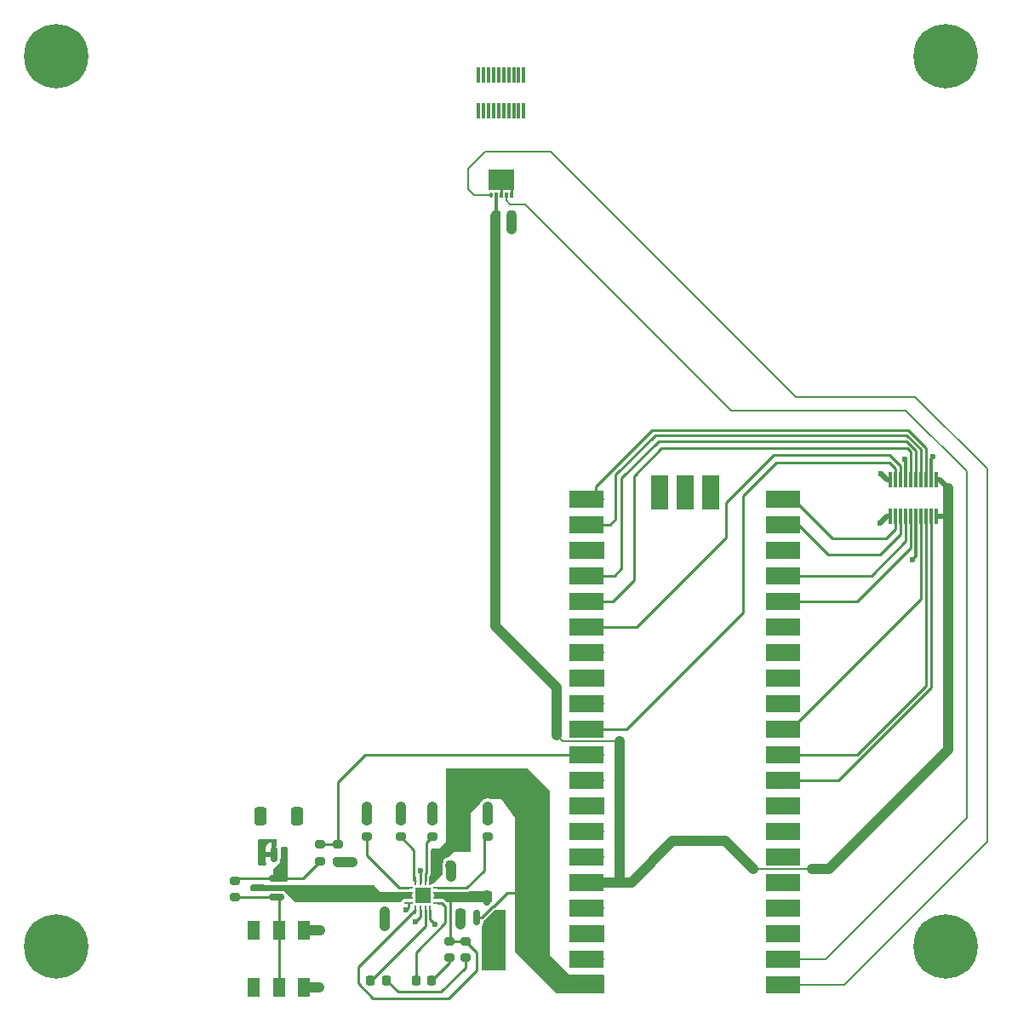
<source format=gbr>
%TF.GenerationSoftware,KiCad,Pcbnew,(7.0.0)*%
%TF.CreationDate,2023-12-08T15:04:05-05:00*%
%TF.ProjectId,Coaster,436f6173-7465-4722-9e6b-696361645f70,rev?*%
%TF.SameCoordinates,Original*%
%TF.FileFunction,Copper,L1,Top*%
%TF.FilePolarity,Positive*%
%FSLAX46Y46*%
G04 Gerber Fmt 4.6, Leading zero omitted, Abs format (unit mm)*
G04 Created by KiCad (PCBNEW (7.0.0)) date 2023-12-08 15:04:05*
%MOMM*%
%LPD*%
G01*
G04 APERTURE LIST*
G04 Aperture macros list*
%AMRoundRect*
0 Rectangle with rounded corners*
0 $1 Rounding radius*
0 $2 $3 $4 $5 $6 $7 $8 $9 X,Y pos of 4 corners*
0 Add a 4 corners polygon primitive as box body*
4,1,4,$2,$3,$4,$5,$6,$7,$8,$9,$2,$3,0*
0 Add four circle primitives for the rounded corners*
1,1,$1+$1,$2,$3*
1,1,$1+$1,$4,$5*
1,1,$1+$1,$6,$7*
1,1,$1+$1,$8,$9*
0 Add four rect primitives between the rounded corners*
20,1,$1+$1,$2,$3,$4,$5,0*
20,1,$1+$1,$4,$5,$6,$7,0*
20,1,$1+$1,$6,$7,$8,$9,0*
20,1,$1+$1,$8,$9,$2,$3,0*%
G04 Aperture macros list end*
%TA.AperFunction,SMDPad,CuDef*%
%ADD10RoundRect,0.200000X0.275000X-0.200000X0.275000X0.200000X-0.275000X0.200000X-0.275000X-0.200000X0*%
%TD*%
%TA.AperFunction,SMDPad,CuDef*%
%ADD11RoundRect,0.200000X-0.275000X0.200000X-0.275000X-0.200000X0.275000X-0.200000X0.275000X0.200000X0*%
%TD*%
%TA.AperFunction,SMDPad,CuDef*%
%ADD12RoundRect,0.150000X0.587500X0.150000X-0.587500X0.150000X-0.587500X-0.150000X0.587500X-0.150000X0*%
%TD*%
%TA.AperFunction,SMDPad,CuDef*%
%ADD13RoundRect,0.150000X0.150000X-0.587500X0.150000X0.587500X-0.150000X0.587500X-0.150000X-0.587500X0*%
%TD*%
%TA.AperFunction,SMDPad,CuDef*%
%ADD14R,0.300000X1.600000*%
%TD*%
%TA.AperFunction,SMDPad,CuDef*%
%ADD15O,0.300000X0.600000*%
%TD*%
%TA.AperFunction,SMDPad,CuDef*%
%ADD16R,0.300000X0.600000*%
%TD*%
%TA.AperFunction,SMDPad,CuDef*%
%ADD17R,2.500000X2.100000*%
%TD*%
%TA.AperFunction,SMDPad,CuDef*%
%ADD18RoundRect,0.218750X-0.218750X-0.256250X0.218750X-0.256250X0.218750X0.256250X-0.218750X0.256250X0*%
%TD*%
%TA.AperFunction,ComponentPad*%
%ADD19C,3.600000*%
%TD*%
%TA.AperFunction,ConnectorPad*%
%ADD20C,6.400000*%
%TD*%
%TA.AperFunction,SMDPad,CuDef*%
%ADD21R,1.600000X1.600000*%
%TD*%
%TA.AperFunction,SMDPad,CuDef*%
%ADD22RoundRect,0.062500X-0.062500X-0.375000X0.062500X-0.375000X0.062500X0.375000X-0.062500X0.375000X0*%
%TD*%
%TA.AperFunction,SMDPad,CuDef*%
%ADD23RoundRect,0.062500X-0.375000X-0.062500X0.375000X-0.062500X0.375000X0.062500X-0.375000X0.062500X0*%
%TD*%
%TA.AperFunction,SMDPad,CuDef*%
%ADD24RoundRect,0.250000X0.350000X0.650000X-0.350000X0.650000X-0.350000X-0.650000X0.350000X-0.650000X0*%
%TD*%
%TA.AperFunction,SMDPad,CuDef*%
%ADD25RoundRect,0.150000X0.150000X0.625000X-0.150000X0.625000X-0.150000X-0.625000X0.150000X-0.625000X0*%
%TD*%
%TA.AperFunction,SMDPad,CuDef*%
%ADD26RoundRect,0.225000X-0.225000X-0.250000X0.225000X-0.250000X0.225000X0.250000X-0.225000X0.250000X0*%
%TD*%
%TA.AperFunction,SMDPad,CuDef*%
%ADD27RoundRect,0.225000X-0.250000X0.225000X-0.250000X-0.225000X0.250000X-0.225000X0.250000X0.225000X0*%
%TD*%
%TA.AperFunction,SMDPad,CuDef*%
%ADD28R,1.700000X3.500000*%
%TD*%
%TA.AperFunction,ComponentPad*%
%ADD29O,1.700000X1.700000*%
%TD*%
%TA.AperFunction,ComponentPad*%
%ADD30R,1.700000X1.700000*%
%TD*%
%TA.AperFunction,SMDPad,CuDef*%
%ADD31R,3.500000X1.700000*%
%TD*%
%TA.AperFunction,SMDPad,CuDef*%
%ADD32R,1.200000X1.950000*%
%TD*%
%TA.AperFunction,ViaPad*%
%ADD33C,0.600000*%
%TD*%
%TA.AperFunction,Conductor*%
%ADD34C,0.250000*%
%TD*%
%TA.AperFunction,Conductor*%
%ADD35C,1.000000*%
%TD*%
%TA.AperFunction,Conductor*%
%ADD36C,0.200000*%
%TD*%
%TA.AperFunction,Conductor*%
%ADD37C,0.500000*%
%TD*%
%TA.AperFunction,Conductor*%
%ADD38C,0.300000*%
%TD*%
G04 APERTURE END LIST*
D10*
%TO.P,R9,2*%
%TO.N,/BATT_VSENSE*%
X120650000Y-127500000D03*
%TO.P,R9,1*%
%TO.N,+BATT*%
X120650000Y-129150000D03*
%TD*%
D11*
%TO.P,R8,2*%
%TO.N,GND*%
X122450000Y-129150000D03*
%TO.P,R8,1*%
%TO.N,/BATT_VSENSE*%
X122450000Y-127500000D03*
%TD*%
D10*
%TO.P,R7,1*%
%TO.N,Net-(Q2-G)*%
X112200000Y-132750000D03*
%TO.P,R7,2*%
%TO.N,+BATT*%
X112200000Y-131100000D03*
%TD*%
D12*
%TO.P,Q2,3,D*%
%TO.N,/Vbatt*%
X114462500Y-131800000D03*
%TO.P,Q2,2,S*%
%TO.N,+BATT*%
X116337500Y-130850000D03*
%TO.P,Q2,1,G*%
%TO.N,Net-(Q2-G)*%
X116337500Y-132750000D03*
%TD*%
D13*
%TO.P,Q1,3,D*%
%TO.N,/Vout*%
X137200000Y-132825000D03*
%TO.P,Q1,2,S*%
%TO.N,+VDC*%
X138150000Y-134700000D03*
%TO.P,Q1,1,G*%
%TO.N,VBUS*%
X136250000Y-134700000D03*
%TD*%
D14*
%TO.P,J3,20,Pin_20*%
%TO.N,unconnected-(J3-Pin_20-Pad20)*%
X136399932Y-50980999D03*
%TO.P,J3,19,Pin_19*%
%TO.N,unconnected-(J3-Pin_19-Pad19)*%
X136399932Y-54580999D03*
%TO.P,J3,18,Pin_18*%
%TO.N,unconnected-(J3-Pin_18-Pad18)*%
X136899932Y-50980999D03*
%TO.P,J3,17,Pin_17*%
%TO.N,unconnected-(J3-Pin_17-Pad17)*%
X136899932Y-54580999D03*
%TO.P,J3,16,Pin_16*%
%TO.N,unconnected-(J3-Pin_16-Pad16)*%
X137399932Y-50980999D03*
%TO.P,J3,15,Pin_15*%
%TO.N,unconnected-(J3-Pin_15-Pad15)*%
X137399932Y-54580999D03*
%TO.P,J3,14,Pin_14*%
%TO.N,unconnected-(J3-Pin_14-Pad14)*%
X137899932Y-50980999D03*
%TO.P,J3,13,Pin_13*%
%TO.N,unconnected-(J3-Pin_13-Pad13)*%
X137899932Y-54580999D03*
%TO.P,J3,12,Pin_12*%
%TO.N,unconnected-(J3-Pin_12-Pad12)*%
X138399932Y-50980999D03*
%TO.P,J3,11,Pin_11*%
%TO.N,unconnected-(J3-Pin_11-Pad11)*%
X138399932Y-54580999D03*
%TO.P,J3,10,Pin_10*%
%TO.N,unconnected-(J3-Pin_10-Pad10)*%
X138899932Y-50980999D03*
%TO.P,J3,9,Pin_9*%
%TO.N,unconnected-(J3-Pin_9-Pad9)*%
X138899932Y-54580999D03*
%TO.P,J3,8,Pin_8*%
%TO.N,unconnected-(J3-Pin_8-Pad8)*%
X139399932Y-50980999D03*
%TO.P,J3,7,Pin_7*%
%TO.N,unconnected-(J3-Pin_7-Pad7)*%
X139399932Y-54580999D03*
%TO.P,J3,6,Pin_6*%
%TO.N,unconnected-(J3-Pin_6-Pad6)*%
X139899932Y-50980999D03*
%TO.P,J3,5,Pin_5*%
%TO.N,unconnected-(J3-Pin_5-Pad5)*%
X139899932Y-54580999D03*
%TO.P,J3,4,Pin_4*%
%TO.N,unconnected-(J3-Pin_4-Pad4)*%
X140399932Y-50980999D03*
%TO.P,J3,3,Pin_3*%
%TO.N,unconnected-(J3-Pin_3-Pad3)*%
X140399932Y-54580999D03*
%TO.P,J3,2,Pin_2*%
%TO.N,unconnected-(J3-Pin_2-Pad2)*%
X140899932Y-50980999D03*
%TO.P,J3,1,Pin_1*%
%TO.N,unconnected-(J3-Pin_1-Pad1)*%
X140899932Y-54580999D03*
%TD*%
D15*
%TO.P,U1,1,SDA*%
%TO.N,/I2C_SDA*%
X137649932Y-62941254D03*
D16*
%TO.P,U1,2,VDD*%
%TO.N,+3.3V*%
X138149932Y-62941254D03*
%TO.P,U1,3,GND*%
%TO.N,GND*%
X138649932Y-62941254D03*
%TO.P,U1,4,SCL*%
%TO.N,/I2C_SCL*%
X139149932Y-62941254D03*
%TO.P,U1,5,ADDR*%
%TO.N,GND*%
X139649932Y-62941254D03*
D17*
%TO.P,U1,6,EP*%
X138649932Y-61391254D03*
%TD*%
D18*
%TO.P,D3,2,A*%
%TO.N,Net-(D3-A)*%
X131737500Y-140975000D03*
%TO.P,D3,1,K*%
%TO.N,/CHG_n*%
X130162500Y-140975000D03*
%TD*%
D19*
%TO.P,H4,1*%
%TO.N,N/C*%
X182899933Y-49150555D03*
D20*
X182899933Y-49150555D03*
%TD*%
%TO.P,H3,1*%
%TO.N,N/C*%
X182899933Y-137650555D03*
D19*
X182899933Y-137650555D03*
%TD*%
%TO.P,H2,1*%
%TO.N,N/C*%
X94399933Y-137650555D03*
D20*
X94399933Y-137650555D03*
%TD*%
%TO.P,H1,1*%
%TO.N,N/C*%
X94399933Y-49150555D03*
D19*
X94399933Y-49150555D03*
%TD*%
D11*
%TO.P,R6,2*%
%TO.N,Net-(D3-A)*%
X133500000Y-138725000D03*
%TO.P,R6,1*%
%TO.N,/Vout*%
X133500000Y-137075000D03*
%TD*%
%TO.P,R5,2*%
%TO.N,Net-(D2-A)*%
X135150000Y-138725000D03*
%TO.P,R5,1*%
%TO.N,/Vout*%
X135150000Y-137075000D03*
%TD*%
D10*
%TO.P,R4,1*%
%TO.N,Net-(U3-TMR)*%
X131850000Y-126725000D03*
%TO.P,R4,2*%
%TO.N,GND*%
X131850000Y-125075000D03*
%TD*%
%TO.P,R3,1*%
%TO.N,Net-(U3-TS)*%
X125300000Y-126712500D03*
%TO.P,R3,2*%
%TO.N,GND*%
X125300000Y-125062500D03*
%TD*%
%TO.P,R2,2*%
%TO.N,GND*%
X137300000Y-125062500D03*
%TO.P,R2,1*%
%TO.N,Net-(U3-ILIM)*%
X137300000Y-126712500D03*
%TD*%
%TO.P,R1,1*%
%TO.N,Net-(U3-ISET)*%
X128650000Y-126712500D03*
%TO.P,R1,2*%
%TO.N,GND*%
X128650000Y-125062500D03*
%TD*%
D18*
%TO.P,D2,2,A*%
%TO.N,Net-(D2-A)*%
X127237500Y-140975000D03*
%TO.P,D2,1,K*%
%TO.N,/PGOOD_n*%
X125662500Y-140975000D03*
%TD*%
D21*
%TO.P,U3,17,VSS*%
%TO.N,GND*%
X130849999Y-132549999D03*
D22*
%TO.P,U3,16,ISET*%
%TO.N,Net-(U3-ISET)*%
X130100000Y-131112500D03*
%TO.P,U3,15,TD*%
%TO.N,GND*%
X130600000Y-131112500D03*
%TO.P,U3,14,TMR*%
%TO.N,Net-(U3-TMR)*%
X131100000Y-131112500D03*
%TO.P,U3,13,IN*%
%TO.N,VBUS*%
X131600000Y-131112500D03*
D23*
%TO.P,U3,12,ILIM*%
%TO.N,Net-(U3-ILIM)*%
X132287500Y-131800000D03*
%TO.P,U3,11,OUT*%
%TO.N,/Vout*%
X132287500Y-132300000D03*
%TO.P,U3,10,OUT*%
X132287500Y-132800000D03*
%TO.P,U3,9,~{CHG}*%
%TO.N,/CHG_n*%
X132287500Y-133300000D03*
D22*
%TO.P,U3,8,VSS*%
%TO.N,GND*%
X131600000Y-133987500D03*
%TO.P,U3,7,~{PGOOD}*%
%TO.N,/PGOOD_n*%
X131100000Y-133987500D03*
%TO.P,U3,6,EN1*%
%TO.N,GND*%
X130600000Y-133987500D03*
%TO.P,U3,5,EN2*%
%TO.N,/Vout*%
X130100000Y-133987500D03*
D23*
%TO.P,U3,4,~{CE}*%
%TO.N,GND*%
X129412500Y-133300000D03*
%TO.P,U3,3,BAT*%
%TO.N,/Vbatt*%
X129412500Y-132800000D03*
%TO.P,U3,2,BAT*%
X129412500Y-132300000D03*
%TO.P,U3,1,TS*%
%TO.N,Net-(U3-TS)*%
X129412500Y-131800000D03*
%TD*%
D24*
%TO.P,J2,MP*%
%TO.N,N/C*%
X114750000Y-124625000D03*
X118350000Y-124625000D03*
D25*
%TO.P,J2,2,Pin_2*%
%TO.N,GND*%
X116050000Y-128500000D03*
%TO.P,J2,1,Pin_1*%
%TO.N,+BATT*%
X117050000Y-128500000D03*
%TD*%
D14*
%TO.P,J1,20,Pin_20*%
%TO.N,GND*%
X177399999Y-91263054D03*
%TO.P,J1,19,Pin_19*%
X177399999Y-94863054D03*
%TO.P,J1,18,Pin_18*%
%TO.N,/RESET*%
X177899999Y-91263054D03*
%TO.P,J1,17,Pin_17*%
%TO.N,/SWY*%
X177899999Y-94863054D03*
%TO.P,J1,16,Pin_16*%
%TO.N,/BACKLIGHT_EN*%
X178399999Y-91263054D03*
%TO.P,J1,15,Pin_15*%
%TO.N,/SWX*%
X178399999Y-94863054D03*
%TO.P,J1,14,Pin_14*%
%TO.N,GND*%
X178899999Y-91263054D03*
%TO.P,J1,13,Pin_13*%
%TO.N,/SWB*%
X178899999Y-94863054D03*
%TO.P,J1,12,Pin_12*%
%TO.N,/LCD_MOSI*%
X179399999Y-91263054D03*
%TO.P,J1,11,Pin_11*%
%TO.N,/SWA*%
X179399999Y-94863054D03*
%TO.P,J1,10,Pin_10*%
%TO.N,/LCD_SCLK*%
X179899999Y-91263054D03*
%TO.P,J1,9,Pin_9*%
%TO.N,GND*%
X179899999Y-94863054D03*
%TO.P,J1,8,Pin_8*%
%TO.N,/LCD_CS_n*%
X180399999Y-91263054D03*
%TO.P,J1,7,Pin_7*%
%TO.N,/LED_B*%
X180399999Y-94863054D03*
%TO.P,J1,6,Pin_6*%
%TO.N,/LCD_DC*%
X180899999Y-91263054D03*
%TO.P,J1,5,Pin_5*%
%TO.N,/LED_G*%
X180899999Y-94863054D03*
%TO.P,J1,4,Pin_4*%
%TO.N,GND*%
X181399999Y-91263054D03*
%TO.P,J1,3,Pin_3*%
%TO.N,/LED_R*%
X181399999Y-94863054D03*
%TO.P,J1,2,Pin_2*%
%TO.N,+3.3V*%
X181899999Y-91263054D03*
%TO.P,J1,1,Pin_1*%
X181899999Y-94863054D03*
%TD*%
D26*
%TO.P,C4,1*%
%TO.N,VBUS*%
X132075000Y-129550000D03*
%TO.P,C4,2*%
%TO.N,GND*%
X133625000Y-129550000D03*
%TD*%
D27*
%TO.P,C3,2*%
%TO.N,GND*%
X134600000Y-134350000D03*
%TO.P,C3,1*%
%TO.N,/Vout*%
X134600000Y-132800000D03*
%TD*%
%TO.P,C2,1*%
%TO.N,/Vbatt*%
X127051992Y-132800000D03*
%TO.P,C2,2*%
%TO.N,GND*%
X127051992Y-134350000D03*
%TD*%
D28*
%TO.P,U2,43,SWDIO*%
%TO.N,unconnected-(U2-SWDIO-Pad43)*%
X154399999Y-92469999D03*
D29*
X154399999Y-93369999D03*
D28*
%TO.P,U2,42,GND*%
%TO.N,GND*%
X156939999Y-92469999D03*
D30*
X156939999Y-93369999D03*
D28*
%TO.P,U2,41,SWCLK*%
%TO.N,unconnected-(U2-SWCLK-Pad41)*%
X159479999Y-92469999D03*
D29*
X159479999Y-93369999D03*
D31*
%TO.P,U2,40,VBUS*%
%TO.N,VBUS*%
X147149999Y-141399999D03*
D29*
X148049999Y-141399999D03*
D31*
%TO.P,U2,39,VSYS*%
%TO.N,+VDC*%
X147149999Y-138859999D03*
D29*
X148049999Y-138859999D03*
D31*
%TO.P,U2,38,GND*%
%TO.N,GND*%
X147149999Y-136319999D03*
D30*
X148049999Y-136319999D03*
D31*
%TO.P,U2,37,3V3_EN*%
%TO.N,unconnected-(U2-3V3_EN-Pad37)*%
X147149999Y-133779999D03*
D29*
X148049999Y-133779999D03*
D31*
%TO.P,U2,36,3V3*%
%TO.N,+3.3V*%
X147149999Y-131239999D03*
D29*
X148049999Y-131239999D03*
D31*
%TO.P,U2,35,ADC_VREF*%
%TO.N,unconnected-(U2-ADC_VREF-Pad35)*%
X147149999Y-128699999D03*
D29*
X148049999Y-128699999D03*
D31*
%TO.P,U2,34,GPIO28_ADC2*%
%TO.N,unconnected-(U2-GPIO28_ADC2-Pad34)*%
X147149999Y-126159999D03*
D29*
X148049999Y-126159999D03*
D31*
%TO.P,U2,33,AGND*%
%TO.N,GND*%
X147149999Y-123619999D03*
D30*
X148049999Y-123619999D03*
D31*
%TO.P,U2,32,GPIO27_ADC1*%
%TO.N,unconnected-(U2-GPIO27_ADC1-Pad32)*%
X147149999Y-121079999D03*
D29*
X148049999Y-121079999D03*
D31*
%TO.P,U2,31,GPIO26_ADC0*%
%TO.N,/BATT_VSENSE*%
X147149999Y-118539999D03*
D29*
X148049999Y-118539999D03*
D31*
%TO.P,U2,30,RUN*%
%TO.N,/RESET*%
X147149999Y-115999999D03*
D29*
X148049999Y-115999999D03*
D31*
%TO.P,U2,29,GPIO22*%
%TO.N,unconnected-(U2-GPIO22-Pad29)*%
X147149999Y-113459999D03*
D29*
X148049999Y-113459999D03*
D31*
%TO.P,U2,28,GND*%
%TO.N,GND*%
X147149999Y-110919999D03*
D30*
X148049999Y-110919999D03*
D31*
%TO.P,U2,27,GPIO21*%
%TO.N,unconnected-(U2-GPIO21-Pad27)*%
X147149999Y-108379999D03*
D29*
X148049999Y-108379999D03*
D31*
%TO.P,U2,26,GPIO20*%
%TO.N,/BACKLIGHT_EN*%
X147149999Y-105839999D03*
D29*
X148049999Y-105839999D03*
D31*
%TO.P,U2,25,GPIO19*%
%TO.N,/LCD_MOSI*%
X147149999Y-103299999D03*
D29*
X148049999Y-103299999D03*
D31*
%TO.P,U2,24,GPIO18*%
%TO.N,/LCD_SCLK*%
X147149999Y-100759999D03*
D29*
X148049999Y-100759999D03*
D31*
%TO.P,U2,23,GND*%
%TO.N,GND*%
X147149999Y-98219999D03*
D30*
X148049999Y-98219999D03*
D31*
%TO.P,U2,22,GPIO17*%
%TO.N,/LCD_CS_n*%
X147149999Y-95679999D03*
D29*
X148049999Y-95679999D03*
D31*
%TO.P,U2,21,GPIO16*%
%TO.N,/LCD_DC*%
X147149999Y-93139999D03*
D29*
X148049999Y-93139999D03*
D31*
%TO.P,U2,20,GPIO15*%
%TO.N,/SWY*%
X166729999Y-93139999D03*
D29*
X165829999Y-93139999D03*
D31*
%TO.P,U2,19,GPIO14*%
%TO.N,/SWX*%
X166729999Y-95679999D03*
D29*
X165829999Y-95679999D03*
D31*
%TO.P,U2,18,GND*%
%TO.N,GND*%
X166729999Y-98219999D03*
D30*
X165829999Y-98219999D03*
D31*
%TO.P,U2,17,GPIO13*%
%TO.N,/SWB*%
X166729999Y-100759999D03*
D29*
X165829999Y-100759999D03*
D31*
%TO.P,U2,16,GPIO12*%
%TO.N,/SWA*%
X166729999Y-103299999D03*
D29*
X165829999Y-103299999D03*
D31*
%TO.P,U2,15,GPIO11*%
%TO.N,unconnected-(U2-GPIO11-Pad15)*%
X166729999Y-105839999D03*
D29*
X165829999Y-105839999D03*
D31*
%TO.P,U2,14,GPIO10*%
%TO.N,unconnected-(U2-GPIO10-Pad14)*%
X166729999Y-108379999D03*
D29*
X165829999Y-108379999D03*
D31*
%TO.P,U2,13,GND*%
%TO.N,GND*%
X166729999Y-110919999D03*
D30*
X165829999Y-110919999D03*
D31*
%TO.P,U2,12,GPIO9*%
%TO.N,unconnected-(U2-GPIO9-Pad12)*%
X166729999Y-113459999D03*
D29*
X165829999Y-113459999D03*
D31*
%TO.P,U2,11,GPIO8*%
%TO.N,/LED_B*%
X166729999Y-115999999D03*
D29*
X165829999Y-115999999D03*
D31*
%TO.P,U2,10,GPIO7*%
%TO.N,/LED_G*%
X166729999Y-118539999D03*
D29*
X165829999Y-118539999D03*
D31*
%TO.P,U2,9,GPIO6*%
%TO.N,/LED_R*%
X166729999Y-121079999D03*
D29*
X165829999Y-121079999D03*
D31*
%TO.P,U2,8,GND*%
%TO.N,GND*%
X166729999Y-123619999D03*
D30*
X165829999Y-123619999D03*
D31*
%TO.P,U2,7,GPIO5*%
%TO.N,unconnected-(U2-GPIO5-Pad7)*%
X166729999Y-126159999D03*
D29*
X165829999Y-126159999D03*
D31*
%TO.P,U2,6,GPIO4*%
%TO.N,unconnected-(U2-GPIO4-Pad6)*%
X166729999Y-128699999D03*
D29*
X165829999Y-128699999D03*
D31*
%TO.P,U2,5,GPIO3*%
%TO.N,unconnected-(U2-GPIO3-Pad5)*%
X166729999Y-131239999D03*
D29*
X165829999Y-131239999D03*
D31*
%TO.P,U2,4,GPIO2*%
%TO.N,unconnected-(U2-GPIO2-Pad4)*%
X166729999Y-133779999D03*
D29*
X165829999Y-133779999D03*
D31*
%TO.P,U2,3,GND*%
%TO.N,GND*%
X166729999Y-136319999D03*
D30*
X165829999Y-136319999D03*
D31*
%TO.P,U2,2,GPIO1*%
%TO.N,/I2C_SCL*%
X166729999Y-138859999D03*
D29*
X165829999Y-138859999D03*
D31*
%TO.P,U2,1,GPIO0*%
%TO.N,/I2C_SDA*%
X166729999Y-141399999D03*
D29*
X165829999Y-141399999D03*
%TD*%
D32*
%TO.P,SW1,1,A*%
%TO.N,unconnected-(SW1A-A-Pad1)*%
X114049999Y-136049999D03*
%TO.P,SW1,2,B*%
%TO.N,Net-(Q2-G)*%
X116549999Y-136049999D03*
%TO.P,SW1,3,C*%
%TO.N,GND*%
X119049999Y-136049999D03*
%TO.P,SW1,4,A*%
%TO.N,unconnected-(SW1B-A-Pad4)*%
X114049999Y-141699999D03*
%TO.P,SW1,5,B*%
%TO.N,Net-(Q2-G)*%
X116549999Y-141699999D03*
%TO.P,SW1,6,C*%
%TO.N,GND*%
X119049999Y-141699999D03*
%TD*%
D26*
%TO.P,C1,1*%
%TO.N,+3.3V*%
X138175000Y-64953200D03*
%TO.P,C1,2*%
%TO.N,GND*%
X139725000Y-64953200D03*
%TD*%
D33*
%TO.N,GND*%
X114850000Y-128870000D03*
X114900000Y-127520000D03*
X116050001Y-127319129D03*
X123851992Y-129226992D03*
X120551992Y-141701992D03*
X120601992Y-136051992D03*
X178775500Y-89150000D03*
X179600000Y-99150000D03*
X176350000Y-95500000D03*
X181600000Y-88950000D03*
X176450000Y-90650000D03*
X139550000Y-61953200D03*
X139550000Y-60753200D03*
X138650000Y-61953200D03*
X138650000Y-60753200D03*
X137800000Y-61953200D03*
X137800000Y-60753200D03*
%TO.N,+VDC*%
X138800000Y-138300000D03*
X138800000Y-139550000D03*
X137950000Y-138300000D03*
X137950000Y-139550000D03*
X137100000Y-138300000D03*
X137100000Y-139550000D03*
%TO.N,GND*%
X130600000Y-130043750D03*
X131350000Y-132050000D03*
X131350000Y-133050000D03*
X130350000Y-133050000D03*
X130350000Y-132050000D03*
X129150000Y-134000000D03*
X132050000Y-135400000D03*
X130100000Y-135150000D03*
X134600000Y-135400000D03*
X133637500Y-130650000D03*
X139725000Y-66304942D03*
X125300000Y-123710758D03*
X128650000Y-123710758D03*
X131850000Y-123723258D03*
X137294621Y-123705379D03*
X127050000Y-135550000D03*
%TD*%
D34*
%TO.N,/BATT_VSENSE*%
X125150000Y-118540000D02*
X148050000Y-118540000D01*
X122450000Y-121240000D02*
X125150000Y-118540000D01*
X122450000Y-127500000D02*
X122450000Y-121240000D01*
%TO.N,+BATT*%
X112450000Y-130850000D02*
X116337500Y-130850000D01*
X112200000Y-131100000D02*
X112450000Y-130850000D01*
X118950000Y-130850000D02*
X116537500Y-130850000D01*
X120650000Y-129150000D02*
X118950000Y-130850000D01*
%TO.N,Net-(Q2-G)*%
X116550000Y-135750000D02*
X116550000Y-132962500D01*
D35*
%TO.N,+3.3V*%
X151610000Y-131240000D02*
X148050000Y-131240000D01*
X155700000Y-127150000D02*
X151610000Y-131240000D01*
X160900000Y-127150000D02*
X155700000Y-127150000D01*
X163700000Y-129950000D02*
X160900000Y-127150000D01*
D36*
X163700000Y-129950000D02*
X169600000Y-129950000D01*
D35*
X150450000Y-117250000D02*
X150450000Y-131240000D01*
X150450000Y-131240000D02*
X148110000Y-131240000D01*
D36*
X144200000Y-116650000D02*
X144150000Y-116650000D01*
X144800000Y-117250000D02*
X144200000Y-116650000D01*
X150450000Y-117250000D02*
X144800000Y-117250000D01*
D37*
X138075067Y-65053133D02*
X138175000Y-64953200D01*
D35*
X138075067Y-105775067D02*
X138075067Y-65053133D01*
X144150000Y-116650000D02*
X144150000Y-111850000D01*
X144150000Y-111850000D02*
X138075067Y-105775067D01*
D37*
X148050000Y-131240000D02*
X148110000Y-131240000D01*
D34*
%TO.N,/BATT_VSENSE*%
X122450000Y-127500000D02*
X120650000Y-127500000D01*
D35*
%TO.N,GND*%
X122439492Y-129225000D02*
X123850000Y-129225000D01*
D36*
%TO.N,/I2C_SDA*%
X135988055Y-62941255D02*
X137649933Y-62941255D01*
X135400000Y-60300000D02*
X135400000Y-62353200D01*
X143550000Y-58600000D02*
X137100000Y-58600000D01*
X137100000Y-58600000D02*
X135400000Y-60300000D01*
X167950000Y-83000000D02*
X143550000Y-58600000D01*
X179850000Y-83000000D02*
X167950000Y-83000000D01*
X135400000Y-62353200D02*
X135988055Y-62941255D01*
X172800000Y-141400000D02*
X187000000Y-127200000D01*
X187000000Y-90150000D02*
X179850000Y-83000000D01*
X187000000Y-127200000D02*
X187000000Y-90150000D01*
X165830000Y-141400000D02*
X172800000Y-141400000D01*
%TO.N,/I2C_SCL*%
X161496800Y-84350000D02*
X141000000Y-63853200D01*
X178900000Y-84350000D02*
X161496800Y-84350000D01*
D37*
%TO.N,+3.3V*%
X148050000Y-131240000D02*
X146190000Y-131240000D01*
D35*
%TO.N,GND*%
X119139492Y-141700000D02*
X120550000Y-141700000D01*
X119189492Y-136050000D02*
X120600000Y-136050000D01*
D34*
%TO.N,Net-(Q2-G)*%
X116550000Y-141700000D02*
X116550000Y-136050000D01*
X116550000Y-132962500D02*
X116337500Y-132750000D01*
X112200000Y-132750000D02*
X116337500Y-132750000D01*
%TO.N,VBUS*%
X139287500Y-132300000D02*
X140150000Y-132300000D01*
X137950000Y-133637500D02*
X139287500Y-132300000D01*
X137796751Y-133637500D02*
X137950000Y-133637500D01*
X136734251Y-134700000D02*
X137796751Y-133637500D01*
X136250000Y-134700000D02*
X136734251Y-134700000D01*
%TO.N,GND*%
X139649933Y-62053133D02*
X139550000Y-61953200D01*
X139649933Y-62941255D02*
X139649933Y-62053133D01*
X138649933Y-61953267D02*
X138650000Y-61953200D01*
X138649933Y-62941255D02*
X138649933Y-61953267D01*
D38*
X178900000Y-91263055D02*
X178900000Y-89150000D01*
D34*
%TO.N,/LCD_MOSI*%
X179040812Y-88100000D02*
X179400000Y-88459188D01*
X179400000Y-88459188D02*
X179400000Y-91263055D01*
X151850000Y-90850000D02*
X154600000Y-88100000D01*
X154600000Y-88100000D02*
X179040812Y-88100000D01*
X149800000Y-103300000D02*
X151850000Y-101250000D01*
X151850000Y-101250000D02*
X151850000Y-90850000D01*
X148050000Y-103300000D02*
X149800000Y-103300000D01*
%TO.N,/LCD_SCLK*%
X178977208Y-87400000D02*
X179900000Y-88322792D01*
X150650000Y-91050000D02*
X154300000Y-87400000D01*
X154300000Y-87400000D02*
X178977208Y-87400000D01*
X149940000Y-100760000D02*
X150650000Y-100050000D01*
X150650000Y-100050000D02*
X150650000Y-91050000D01*
X148050000Y-100760000D02*
X149940000Y-100760000D01*
X179900000Y-88322792D02*
X179900000Y-91263055D01*
%TO.N,/LCD_CS_n*%
X179013604Y-86800000D02*
X180400000Y-88186396D01*
X180400000Y-88186396D02*
X180400000Y-91263055D01*
X150050000Y-95150000D02*
X150050000Y-90750000D01*
X150050000Y-90750000D02*
X154000000Y-86800000D01*
X149520000Y-95680000D02*
X150050000Y-95150000D01*
X154000000Y-86800000D02*
X179013604Y-86800000D01*
X148050000Y-95680000D02*
X149520000Y-95680000D01*
%TO.N,/LCD_DC*%
X179150000Y-86300000D02*
X180900000Y-88050000D01*
X148050000Y-91937919D02*
X153687919Y-86300000D01*
X180900000Y-88050000D02*
X180900000Y-91263055D01*
X148050000Y-93140000D02*
X148050000Y-91937919D01*
X153687919Y-86300000D02*
X179150000Y-86300000D01*
%TO.N,Net-(U3-ISET)*%
X129975000Y-128037500D02*
X128650000Y-126712500D01*
X129975000Y-130987500D02*
X129975000Y-128037500D01*
X130100000Y-131112500D02*
X129975000Y-130987500D01*
%TO.N,Net-(U3-TMR)*%
X131250000Y-127325000D02*
X131850000Y-126725000D01*
X131250000Y-130277634D02*
X131250000Y-127325000D01*
X131100000Y-131112500D02*
X131100000Y-130427634D01*
X131100000Y-130427634D02*
X131250000Y-130277634D01*
D38*
%TO.N,GND*%
X179900000Y-98850000D02*
X179600000Y-99150000D01*
X179900000Y-94863055D02*
X179900000Y-98850000D01*
X181400000Y-91263055D02*
X181400000Y-89150000D01*
X181400000Y-89150000D02*
X181600000Y-88950000D01*
D37*
X176986945Y-94863055D02*
X177300000Y-94863055D01*
X176350000Y-95500000D02*
X176986945Y-94863055D01*
X177063055Y-91263055D02*
X177300000Y-91263055D01*
X176450000Y-90650000D02*
X177063055Y-91263055D01*
%TO.N,+3.3V*%
X182000000Y-94863055D02*
X183136945Y-94863055D01*
D36*
X183136945Y-94863055D02*
X183150000Y-94850000D01*
D35*
X183150000Y-94850000D02*
X183150000Y-92100000D01*
X183150000Y-118100000D02*
X183150000Y-94850000D01*
X171300000Y-129950000D02*
X183150000Y-118100000D01*
D37*
X183150000Y-92100000D02*
X182313055Y-91263055D01*
D35*
X169600000Y-129950000D02*
X171300000Y-129950000D01*
D37*
X182313055Y-91263055D02*
X182000000Y-91263055D01*
D36*
%TO.N,/I2C_SCL*%
X139149933Y-63491255D02*
X139149933Y-62941255D01*
X141000000Y-63853200D02*
X139511878Y-63853200D01*
X139511878Y-63853200D02*
X139149933Y-63491255D01*
X184950000Y-90400000D02*
X178900000Y-84350000D01*
X184950000Y-124850000D02*
X184950000Y-90400000D01*
X170940000Y-138860000D02*
X184950000Y-124850000D01*
X165830000Y-138860000D02*
X170940000Y-138860000D01*
D34*
%TO.N,/BACKLIGHT_EN*%
X165750000Y-88800000D02*
X177300000Y-88800000D01*
X177300000Y-88800000D02*
X178400000Y-89900000D01*
X161000000Y-93550000D02*
X165750000Y-88800000D01*
X178400000Y-89900000D02*
X178400000Y-91263055D01*
X161000000Y-97000000D02*
X161000000Y-93550000D01*
X152160000Y-105840000D02*
X161000000Y-97000000D01*
X148050000Y-105840000D02*
X152160000Y-105840000D01*
%TO.N,/RESET*%
X166050000Y-89500000D02*
X177236945Y-89500000D01*
X177236945Y-89500000D02*
X177900000Y-90163055D01*
X177900000Y-90163055D02*
X177900000Y-91263055D01*
X162700000Y-104450000D02*
X162700000Y-92850000D01*
X151150000Y-116000000D02*
X162700000Y-104450000D01*
X162700000Y-92850000D02*
X166050000Y-89500000D01*
X148050000Y-116000000D02*
X151150000Y-116000000D01*
%TO.N,/SWY*%
X177900000Y-96100000D02*
X177900000Y-94863055D01*
X176950000Y-97050000D02*
X177900000Y-96100000D01*
X171600000Y-97050000D02*
X176950000Y-97050000D01*
X165830000Y-93140000D02*
X167690000Y-93140000D01*
X167690000Y-93140000D02*
X171600000Y-97050000D01*
%TO.N,/SWX*%
X178400000Y-96600000D02*
X178400000Y-94863055D01*
X176350000Y-98650000D02*
X178400000Y-96600000D01*
X171150000Y-98650000D02*
X176350000Y-98650000D01*
X168180000Y-95680000D02*
X171150000Y-98650000D01*
X165830000Y-95680000D02*
X168180000Y-95680000D01*
%TO.N,/SWB*%
X178900000Y-97350000D02*
X178900000Y-94863055D01*
X175490000Y-100760000D02*
X178900000Y-97350000D01*
X165830000Y-100760000D02*
X175490000Y-100760000D01*
%TO.N,/SWA*%
X179400000Y-98000000D02*
X179400000Y-94863055D01*
X174100000Y-103300000D02*
X179400000Y-98000000D01*
X165830000Y-103300000D02*
X174100000Y-103300000D01*
%TO.N,/LED_B*%
X180400000Y-103040000D02*
X180400000Y-94863055D01*
X167440000Y-116000000D02*
X180400000Y-103040000D01*
X165830000Y-116000000D02*
X167440000Y-116000000D01*
%TO.N,/LED_G*%
X180900000Y-111713604D02*
X180900000Y-94863055D01*
X174073604Y-118540000D02*
X180900000Y-111713604D01*
X165830000Y-118540000D02*
X174073604Y-118540000D01*
%TO.N,/LED_R*%
X181400000Y-111850000D02*
X181400000Y-94863055D01*
X172170000Y-121080000D02*
X181400000Y-111850000D01*
X165830000Y-121080000D02*
X172170000Y-121080000D01*
D38*
%TO.N,+3.3V*%
X138149933Y-62941255D02*
X138149933Y-66153200D01*
D34*
%TO.N,Net-(D2-A)*%
X132700000Y-142150000D02*
X128412500Y-142150000D01*
X135150000Y-139700000D02*
X132700000Y-142150000D01*
X135150000Y-138725000D02*
X135150000Y-139700000D01*
X128412500Y-142150000D02*
X127237500Y-140975000D01*
%TO.N,/Vout*%
X124450000Y-141300000D02*
X124450000Y-139637500D01*
X124450000Y-139637500D02*
X130100000Y-133987500D01*
X125925622Y-142775622D02*
X124450000Y-141300000D01*
X136250000Y-139950000D02*
X133424378Y-142775622D01*
X136250000Y-138175000D02*
X136250000Y-139950000D01*
X135150000Y-137075000D02*
X136250000Y-138175000D01*
X133424378Y-142775622D02*
X125925622Y-142775622D01*
X133500000Y-137075000D02*
X135150000Y-137075000D01*
X133600000Y-136975000D02*
X133600000Y-132800000D01*
X133500000Y-137075000D02*
X133600000Y-136975000D01*
%TO.N,Net-(D3-A)*%
X133500000Y-139212500D02*
X131737500Y-140975000D01*
X133500000Y-138725000D02*
X133500000Y-139212500D01*
%TO.N,/CHG_n*%
X130162500Y-138171384D02*
X130162500Y-140975000D01*
X133100000Y-133650000D02*
X133100000Y-135233884D01*
X133100000Y-135233884D02*
X130162500Y-138171384D01*
X132750000Y-133300000D02*
X133100000Y-133650000D01*
X132287500Y-133300000D02*
X132750000Y-133300000D01*
%TO.N,/PGOOD_n*%
X125675000Y-140975000D02*
X125662500Y-140975000D01*
X131100000Y-135550000D02*
X125675000Y-140975000D01*
X131100000Y-133987500D02*
X131100000Y-135550000D01*
%TO.N,GND*%
X131600000Y-134950000D02*
X132050000Y-135400000D01*
X131600000Y-133968750D02*
X131600000Y-134950000D01*
X130600000Y-134650000D02*
X130600000Y-133987500D01*
X130100000Y-135150000D02*
X130600000Y-134650000D01*
X129412500Y-133737500D02*
X129150000Y-134000000D01*
X129412500Y-133300000D02*
X129412500Y-133737500D01*
X130600000Y-131306250D02*
X130600000Y-130043750D01*
%TO.N,Net-(U3-ILIM)*%
X136950000Y-127062500D02*
X137300000Y-126712500D01*
X136950000Y-130050000D02*
X136950000Y-127062500D01*
X135200000Y-131800000D02*
X136950000Y-130050000D01*
X132287500Y-131800000D02*
X135200000Y-131800000D01*
%TO.N,Net-(U3-TS)*%
X125300000Y-128600000D02*
X125300000Y-126712500D01*
X128500000Y-131800000D02*
X125300000Y-128600000D01*
X129412500Y-131800000D02*
X128500000Y-131800000D01*
D35*
%TO.N,GND*%
X133637500Y-130650000D02*
X133637500Y-129562500D01*
X133637500Y-129562500D02*
X133625000Y-129550000D01*
X134600000Y-135400000D02*
X134600000Y-134350000D01*
X139725000Y-66304942D02*
X139725000Y-64953200D01*
X125300000Y-123710758D02*
X125300000Y-125062500D01*
X128650000Y-123710758D02*
X128650000Y-125062500D01*
X131850000Y-123723258D02*
X131850000Y-125075000D01*
X137294621Y-125057121D02*
X137300000Y-125062500D01*
X137294621Y-123705379D02*
X137294621Y-125057121D01*
D34*
X127051992Y-135548008D02*
X127050000Y-135550000D01*
D35*
X127051992Y-134137500D02*
X127051992Y-135548008D01*
%TD*%
%TA.AperFunction,Conductor*%
%TO.N,VBUS*%
G36*
X141196091Y-119909439D02*
G01*
X141236319Y-119936319D01*
X143463681Y-122163681D01*
X143490561Y-122203909D01*
X143500000Y-122251362D01*
X143500000Y-138450000D01*
X145450000Y-140400000D01*
X148776000Y-140400000D01*
X148838000Y-140416613D01*
X148883387Y-140462000D01*
X148900000Y-140524000D01*
X148900000Y-142176000D01*
X148883387Y-142238000D01*
X148838000Y-142283387D01*
X148776000Y-142300000D01*
X144301362Y-142300000D01*
X144253909Y-142290561D01*
X144213681Y-142263681D01*
X140036319Y-138086319D01*
X140009439Y-138046091D01*
X140000000Y-137998638D01*
X140000000Y-124809512D01*
X140000000Y-124800000D01*
X138700000Y-122950000D01*
X138685074Y-122950000D01*
X137580649Y-122950000D01*
X137539695Y-122943042D01*
X137473876Y-122920011D01*
X137466959Y-122919231D01*
X137466952Y-122919230D01*
X137301544Y-122900594D01*
X137294621Y-122899814D01*
X137287698Y-122900594D01*
X137122289Y-122919230D01*
X137122280Y-122919231D01*
X137115366Y-122920011D01*
X137049546Y-122943042D01*
X137024138Y-122947358D01*
X137024190Y-122947618D01*
X137012212Y-122950000D01*
X137000000Y-122950000D01*
X136991366Y-122958633D01*
X136989471Y-122959900D01*
X136961539Y-122973837D01*
X136945099Y-122979590D01*
X136939211Y-122983289D01*
X136939206Y-122983292D01*
X136798259Y-123071855D01*
X136798254Y-123071858D01*
X136792359Y-123075563D01*
X136787434Y-123080487D01*
X136787430Y-123080491D01*
X136669733Y-123198188D01*
X136669729Y-123198192D01*
X136664805Y-123203117D01*
X136661100Y-123209012D01*
X136661097Y-123209017D01*
X136572534Y-123349964D01*
X136572531Y-123349969D01*
X136568832Y-123355857D01*
X136566534Y-123362422D01*
X136566530Y-123362432D01*
X136564553Y-123368082D01*
X136535195Y-123414803D01*
X135658638Y-124291361D01*
X135658635Y-124291364D01*
X135650000Y-124300000D01*
X135650000Y-124312211D01*
X135650000Y-128076000D01*
X135633387Y-128138000D01*
X135588000Y-128183387D01*
X135526000Y-128200000D01*
X133950000Y-128200000D01*
X133941364Y-128208635D01*
X133941361Y-128208638D01*
X133408092Y-128741907D01*
X133374621Y-128765748D01*
X133335196Y-128777341D01*
X133282306Y-128783692D01*
X133282300Y-128783693D01*
X133274410Y-128784641D01*
X133267016Y-128787556D01*
X133267011Y-128787558D01*
X133147920Y-128834522D01*
X133147916Y-128834523D01*
X133140025Y-128837636D01*
X133133266Y-128842761D01*
X133133265Y-128842762D01*
X133031674Y-128919801D01*
X133031670Y-128919804D01*
X133024922Y-128924922D01*
X133019804Y-128931670D01*
X133019801Y-128931674D01*
X132942762Y-129033265D01*
X132937636Y-129040025D01*
X132934523Y-129047916D01*
X132934522Y-129047920D01*
X132887558Y-129167011D01*
X132887556Y-129167016D01*
X132884641Y-129174410D01*
X132883693Y-129182298D01*
X132883692Y-129182305D01*
X132876752Y-129240096D01*
X132857292Y-129292707D01*
X132850000Y-129300000D01*
X132850000Y-129312214D01*
X132850000Y-129334112D01*
X132846891Y-129361702D01*
X132824500Y-129459806D01*
X132824500Y-129640194D01*
X132826048Y-129646980D01*
X132826049Y-129646981D01*
X132833891Y-129681339D01*
X132837000Y-129708931D01*
X132837000Y-130386638D01*
X132827561Y-130434091D01*
X132800681Y-130474319D01*
X131933418Y-131341580D01*
X131901345Y-131364731D01*
X131863613Y-131376604D01*
X131817020Y-131383391D01*
X131817014Y-131383392D01*
X131807491Y-131384780D01*
X131798841Y-131389008D01*
X131798840Y-131389009D01*
X131703959Y-131435394D01*
X131643094Y-131447827D01*
X131583837Y-131429181D01*
X131541060Y-131384134D01*
X131525499Y-131323992D01*
X131525500Y-131279816D01*
X131525500Y-131126944D01*
X131525500Y-130655244D01*
X131534939Y-130607791D01*
X131561819Y-130567563D01*
X131561818Y-130567563D01*
X131574554Y-130554828D01*
X131574554Y-130554827D01*
X131598528Y-130530854D01*
X131609488Y-130509340D01*
X131619660Y-130492743D01*
X131633849Y-130473215D01*
X131641312Y-130450241D01*
X131648756Y-130432273D01*
X131659719Y-130410760D01*
X131663496Y-130386906D01*
X131668038Y-130367988D01*
X131675500Y-130345027D01*
X131675500Y-130210241D01*
X131675500Y-128024000D01*
X131692113Y-127962000D01*
X131737500Y-127916613D01*
X131799500Y-127900000D01*
X132437789Y-127900000D01*
X132450000Y-127900000D01*
X133150000Y-127200000D01*
X133150000Y-121000000D01*
X133150000Y-120024000D01*
X133166613Y-119962000D01*
X133212000Y-119916613D01*
X133274000Y-119900000D01*
X141148638Y-119900000D01*
X141196091Y-119909439D01*
G37*
%TD.AperFunction*%
%TD*%
%TA.AperFunction,Conductor*%
%TO.N,/Vout*%
G36*
X137638000Y-132116613D02*
G01*
X137683387Y-132162000D01*
X137700000Y-132224000D01*
X137700000Y-133126000D01*
X137683387Y-133188000D01*
X137638000Y-133233387D01*
X137576000Y-133250000D01*
X133353110Y-133250000D01*
X133305657Y-133240561D01*
X133265429Y-133213681D01*
X133010120Y-132958372D01*
X133003220Y-132951472D01*
X132981700Y-132940507D01*
X132965113Y-132930342D01*
X132962552Y-132928481D01*
X132945581Y-132916151D01*
X132936299Y-132913135D01*
X132936297Y-132913134D01*
X132922615Y-132908689D01*
X132904643Y-132901244D01*
X132897917Y-132897817D01*
X132891819Y-132894710D01*
X132891816Y-132894709D01*
X132883126Y-132890281D01*
X132873487Y-132888754D01*
X132873486Y-132888754D01*
X132859279Y-132886504D01*
X132840360Y-132881962D01*
X132826673Y-132877514D01*
X132826664Y-132877512D01*
X132817393Y-132874500D01*
X132807637Y-132874500D01*
X132074499Y-132874500D01*
X132012499Y-132857887D01*
X131967112Y-132812500D01*
X131950499Y-132750500D01*
X131950499Y-132349499D01*
X131967112Y-132287499D01*
X132012499Y-132242112D01*
X132074499Y-132225499D01*
X132254006Y-132225499D01*
X132254010Y-132225499D01*
X132254012Y-132225500D01*
X135132607Y-132225500D01*
X135233488Y-132225500D01*
X135257634Y-132225500D01*
X135267393Y-132225500D01*
X135290354Y-132218038D01*
X135309272Y-132213496D01*
X135333126Y-132209719D01*
X135354639Y-132198756D01*
X135372607Y-132191312D01*
X135395581Y-132183849D01*
X135415109Y-132169659D01*
X135431706Y-132159488D01*
X135453220Y-132148528D01*
X135465429Y-132136319D01*
X135505657Y-132109439D01*
X135553110Y-132100000D01*
X137576000Y-132100000D01*
X137638000Y-132116613D01*
G37*
%TD.AperFunction*%
%TD*%
%TA.AperFunction,Conductor*%
%TO.N,+VDC*%
G36*
X139063000Y-133954113D02*
G01*
X139108387Y-133999500D01*
X139125000Y-134061500D01*
X139125000Y-139876000D01*
X139108387Y-139938000D01*
X139063000Y-139983387D01*
X139001000Y-140000000D01*
X136849000Y-140000000D01*
X136787000Y-139983387D01*
X136741613Y-139938000D01*
X136725000Y-139876000D01*
X136725000Y-135646591D01*
X136731213Y-135607832D01*
X136749228Y-135572959D01*
X136802793Y-135500382D01*
X136847646Y-135372199D01*
X136850500Y-135341766D01*
X136850500Y-135198544D01*
X136868773Y-135133754D01*
X136918206Y-135088059D01*
X136920549Y-135086864D01*
X136929832Y-135083849D01*
X136949360Y-135069659D01*
X136965957Y-135059488D01*
X136987471Y-135048528D01*
X137082779Y-134953220D01*
X137937994Y-134098004D01*
X137969378Y-134075203D01*
X138006275Y-134063214D01*
X138007626Y-134063000D01*
X138017393Y-134063000D01*
X138040354Y-134055538D01*
X138059272Y-134050996D01*
X138083126Y-134047219D01*
X138104639Y-134036256D01*
X138122607Y-134028812D01*
X138145581Y-134021349D01*
X138165109Y-134007159D01*
X138181706Y-133996988D01*
X138203220Y-133986028D01*
X138215429Y-133973819D01*
X138255657Y-133946939D01*
X138303110Y-133937500D01*
X139001000Y-133937500D01*
X139063000Y-133954113D01*
G37*
%TD.AperFunction*%
%TD*%
%TA.AperFunction,Conductor*%
%TO.N,+BATT*%
G36*
X117363000Y-127741613D02*
G01*
X117408387Y-127787000D01*
X117425000Y-127849000D01*
X117425000Y-131026000D01*
X117408387Y-131088000D01*
X117363000Y-131133387D01*
X117301000Y-131150000D01*
X116074000Y-131150000D01*
X116012000Y-131133387D01*
X115966613Y-131088000D01*
X115950000Y-131026000D01*
X115950000Y-130051362D01*
X115959439Y-130003909D01*
X115986319Y-129963681D01*
X115986319Y-129963680D01*
X116441916Y-129508083D01*
X116455944Y-129496011D01*
X116522150Y-129447150D01*
X116571009Y-129380947D01*
X116583087Y-129366912D01*
X116675000Y-129275000D01*
X116675000Y-128954944D01*
X116684439Y-128907492D01*
X116691381Y-128890731D01*
X116721162Y-128818834D01*
X116737775Y-128756834D01*
X116755000Y-128626000D01*
X116755000Y-127872011D01*
X116759923Y-127837418D01*
X116766609Y-127814403D01*
X116791817Y-127767977D01*
X116834066Y-127736255D01*
X116885685Y-127725000D01*
X117301000Y-127725000D01*
X117363000Y-127741613D01*
G37*
%TD.AperFunction*%
%TD*%
%TA.AperFunction,Conductor*%
%TO.N,/Vbatt*%
G36*
X126046091Y-131559439D02*
G01*
X126086318Y-131586318D01*
X126675000Y-132175000D01*
X128260645Y-132175000D01*
X128303915Y-132185388D01*
X128304416Y-132183848D01*
X128304418Y-132183848D01*
X128304419Y-132183849D01*
X128327383Y-132191310D01*
X128345356Y-132198754D01*
X128366874Y-132209719D01*
X128376511Y-132211245D01*
X128390719Y-132213495D01*
X128409646Y-132218039D01*
X128413121Y-132219168D01*
X128432607Y-132225500D01*
X128466512Y-132225500D01*
X128567393Y-132225500D01*
X129003051Y-132225500D01*
X129445982Y-132225500D01*
X129445988Y-132225500D01*
X129445990Y-132225499D01*
X129445994Y-132225499D01*
X129625500Y-132225499D01*
X129687500Y-132242112D01*
X129732887Y-132287499D01*
X129749500Y-132349499D01*
X129749500Y-132750500D01*
X129732887Y-132812500D01*
X129687500Y-132857887D01*
X129625500Y-132874500D01*
X129455751Y-132874500D01*
X129436356Y-132872974D01*
X129412500Y-132869196D01*
X129402864Y-132870722D01*
X129402863Y-132870722D01*
X129388642Y-132872974D01*
X129369247Y-132874500D01*
X129007539Y-132874500D01*
X129007525Y-132874500D01*
X129003052Y-132874501D01*
X128998622Y-132875146D01*
X128998612Y-132875147D01*
X128942020Y-132883391D01*
X128942014Y-132883392D01*
X128932491Y-132884780D01*
X128923839Y-132889009D01*
X128923838Y-132889010D01*
X128832885Y-132933474D01*
X128832881Y-132933476D01*
X128823653Y-132937988D01*
X128816389Y-132945251D01*
X128816386Y-132945254D01*
X128745254Y-133016386D01*
X128745251Y-133016389D01*
X128737988Y-133023653D01*
X128733476Y-133032881D01*
X128733474Y-133032885D01*
X128689009Y-133123839D01*
X128689007Y-133123843D01*
X128684780Y-133132491D01*
X128683392Y-133142015D01*
X128681465Y-133148253D01*
X128650680Y-133199317D01*
X128636324Y-133213675D01*
X128596094Y-133240559D01*
X128548637Y-133250000D01*
X118301362Y-133250000D01*
X118253909Y-133240561D01*
X118213681Y-133213681D01*
X117108638Y-132108638D01*
X117108637Y-132108637D01*
X117100000Y-132100000D01*
X117087789Y-132100000D01*
X113849000Y-132100000D01*
X113787000Y-132083387D01*
X113741613Y-132038000D01*
X113725000Y-131976000D01*
X113725000Y-131674000D01*
X113741613Y-131612000D01*
X113787000Y-131566613D01*
X113849000Y-131550000D01*
X125998638Y-131550000D01*
X126046091Y-131559439D01*
G37*
%TD.AperFunction*%
%TD*%
%TA.AperFunction,Conductor*%
%TO.N,GND*%
G36*
X116288000Y-126986613D02*
G01*
X116333387Y-127032000D01*
X116350000Y-127094000D01*
X116350000Y-127133586D01*
X116339607Y-127183279D01*
X116310171Y-127224642D01*
X116304124Y-127230231D01*
X116300000Y-127244856D01*
X116300000Y-127590953D01*
X116295076Y-127625548D01*
X116254170Y-127766342D01*
X116254168Y-127766351D01*
X116252402Y-127772431D01*
X116251905Y-127778739D01*
X116251904Y-127778748D01*
X116249691Y-127806871D01*
X116249690Y-127806886D01*
X116249500Y-127809306D01*
X116249500Y-127811751D01*
X116249500Y-128626000D01*
X116232887Y-128688000D01*
X116187500Y-128733387D01*
X116125500Y-128750000D01*
X115266326Y-128750000D01*
X115253450Y-128753450D01*
X115250000Y-128766326D01*
X115250000Y-129188197D01*
X115250191Y-129193076D01*
X115252402Y-129221173D01*
X115254668Y-129233579D01*
X115298718Y-129385198D01*
X115296268Y-129385909D01*
X115303700Y-129431720D01*
X115283797Y-129489090D01*
X115239040Y-129530131D01*
X115180164Y-129545000D01*
X114574000Y-129545000D01*
X114512000Y-129528387D01*
X114466613Y-129483000D01*
X114450000Y-129421000D01*
X114450000Y-128233674D01*
X115250000Y-128233674D01*
X115253450Y-128246549D01*
X115266326Y-128250000D01*
X115783674Y-128250000D01*
X115796549Y-128246549D01*
X115800000Y-128233674D01*
X115800000Y-127244856D01*
X115796293Y-127231713D01*
X115789223Y-127230307D01*
X115647294Y-127271541D01*
X115633087Y-127277689D01*
X115505161Y-127353344D01*
X115492925Y-127362835D01*
X115387835Y-127467925D01*
X115378344Y-127480161D01*
X115302689Y-127608087D01*
X115296541Y-127622294D01*
X115254668Y-127766420D01*
X115252402Y-127778826D01*
X115250191Y-127806923D01*
X115250000Y-127811803D01*
X115250000Y-128233674D01*
X114450000Y-128233674D01*
X114450000Y-127094000D01*
X114466613Y-127032000D01*
X114512000Y-126986613D01*
X114574000Y-126970000D01*
X116226000Y-126970000D01*
X116288000Y-126986613D01*
G37*
%TD.AperFunction*%
%TD*%
M02*

</source>
